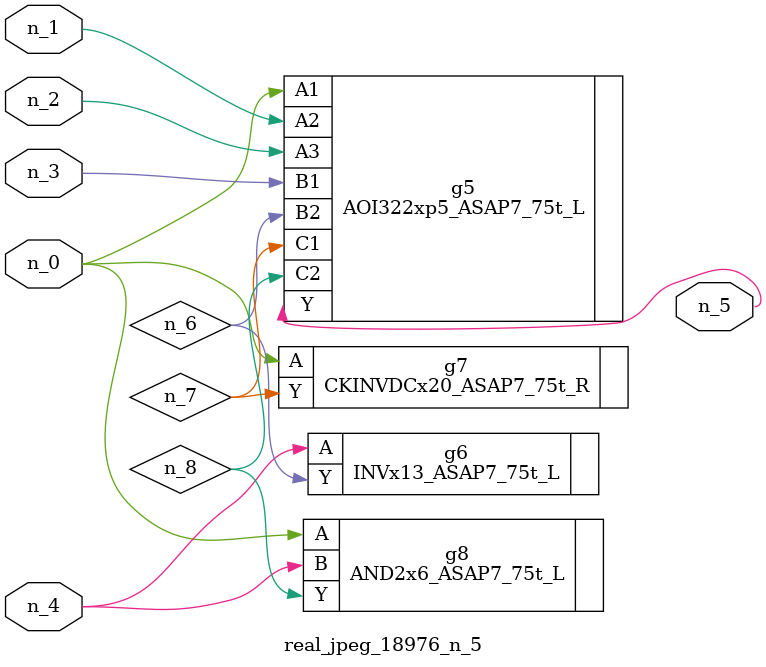
<source format=v>
module real_jpeg_18976_n_5 (n_4, n_0, n_1, n_2, n_3, n_5);

input n_4;
input n_0;
input n_1;
input n_2;
input n_3;

output n_5;

wire n_8;
wire n_6;
wire n_7;

AOI322xp5_ASAP7_75t_L g5 ( 
.A1(n_0),
.A2(n_1),
.A3(n_2),
.B1(n_3),
.B2(n_6),
.C1(n_7),
.C2(n_8),
.Y(n_5)
);

CKINVDCx20_ASAP7_75t_R g7 ( 
.A(n_0),
.Y(n_7)
);

AND2x6_ASAP7_75t_L g8 ( 
.A(n_0),
.B(n_4),
.Y(n_8)
);

INVx13_ASAP7_75t_L g6 ( 
.A(n_4),
.Y(n_6)
);


endmodule
</source>
